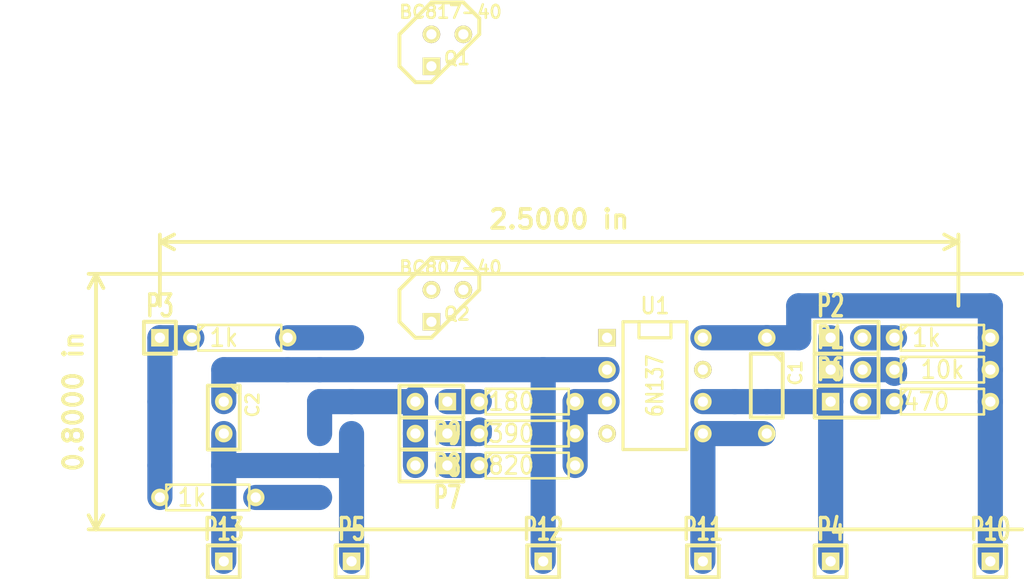
<source format=kicad_pcb>
(kicad_pcb (version 3) (host pcbnew "(2013-07-07 BZR 4022)-stable")

  (general
    (links 28)
    (no_connects 0)
    (area 30.671431 23.723599 111.760001 70.262751)
    (thickness 1.6)
    (drawings 2)
    (tracks 55)
    (zones 0)
    (modules 26)
    (nets 17)
  )

  (page A3)
  (layers
    (15 F.Cu signal)
    (0 B.Cu signal)
    (16 B.Adhes user)
    (17 F.Adhes user)
    (18 B.Paste user)
    (19 F.Paste user)
    (20 B.SilkS user)
    (21 F.SilkS user)
    (22 B.Mask user)
    (23 F.Mask user)
    (24 Dwgs.User user)
    (25 Cmts.User user)
    (26 Eco1.User user)
    (27 Eco2.User user)
    (28 Edge.Cuts user)
  )

  (setup
    (last_trace_width 0.254)
    (user_trace_width 2)
    (trace_clearance 0.254)
    (zone_clearance 0.508)
    (zone_45_only no)
    (trace_min 0.254)
    (segment_width 0.2)
    (edge_width 0.15)
    (via_size 0.889)
    (via_drill 0.635)
    (via_min_size 0.889)
    (via_min_drill 0.508)
    (uvia_size 0.508)
    (uvia_drill 0.127)
    (uvias_allowed no)
    (uvia_min_size 0.508)
    (uvia_min_drill 0.127)
    (pcb_text_width 0.3)
    (pcb_text_size 1.5 1.5)
    (mod_edge_width 0.15)
    (mod_text_size 1.5 1.5)
    (mod_text_width 0.15)
    (pad_size 1.524 1.524)
    (pad_drill 0.762)
    (pad_to_mask_clearance 0.2)
    (aux_axis_origin 0 0)
    (visible_elements 7FFFFBFF)
    (pcbplotparams
      (layerselection 3178497)
      (usegerberextensions true)
      (excludeedgelayer true)
      (linewidth 0.100000)
      (plotframeref false)
      (viasonmask false)
      (mode 1)
      (useauxorigin false)
      (hpglpennumber 1)
      (hpglpenspeed 20)
      (hpglpendiameter 15)
      (hpglpenoverlay 2)
      (psnegative false)
      (psa4output false)
      (plotreference true)
      (plotvalue true)
      (plotothertext true)
      (plotinvisibletext false)
      (padsonsilk false)
      (subtractmaskfromsilk false)
      (outputformat 1)
      (mirror false)
      (drillshape 1)
      (scaleselection 1)
      (outputdirectory ""))
  )

  (net 0 "")
  (net 1 /VO)
  (net 2 GND)
  (net 3 GNDPWR)
  (net 4 N-0000014)
  (net 5 N-0000015)
  (net 6 N-0000016)
  (net 7 N-0000019)
  (net 8 N-000002)
  (net 9 N-000003)
  (net 10 N-000004)
  (net 11 N-000005)
  (net 12 N-000006)
  (net 13 N-000007)
  (net 14 N-000008)
  (net 15 VAA)
  (net 16 VCC)

  (net_class Default "This is the default net class."
    (clearance 0.254)
    (trace_width 0.254)
    (via_dia 0.889)
    (via_drill 0.635)
    (uvia_dia 0.508)
    (uvia_drill 0.127)
    (add_net "")
    (add_net /VO)
    (add_net GND)
    (add_net GNDPWR)
    (add_net N-0000014)
    (add_net N-0000015)
    (add_net N-0000016)
    (add_net N-0000019)
    (add_net N-000002)
    (add_net N-000003)
    (add_net N-000004)
    (add_net N-000005)
    (add_net N-000006)
    (add_net N-000007)
    (add_net N-000008)
    (add_net VAA)
    (add_net VCC)
  )

  (module SIL-1 (layer F.Cu) (tedit 4C5EAF64) (tstamp 531B89D8)
    (at 48.26 68.58)
    (descr "Connecteurs 1 pin")
    (tags "CONN DEV")
    (path /531B408F)
    (fp_text reference P13 (at 0 -2.54) (layer F.SilkS)
      (effects (font (size 1.72974 1.08712) (thickness 0.27178)))
    )
    (fp_text value TST (at 0 -2.54) (layer F.SilkS) hide
      (effects (font (size 1.524 1.016) (thickness 0.254)))
    )
    (fp_line (start -1.27 1.27) (end 1.27 1.27) (layer F.SilkS) (width 0.3175))
    (fp_line (start -1.27 -1.27) (end 1.27 -1.27) (layer F.SilkS) (width 0.3175))
    (fp_line (start -1.27 1.27) (end -1.27 -1.27) (layer F.SilkS) (width 0.3048))
    (fp_line (start 1.27 -1.27) (end 1.27 1.27) (layer F.SilkS) (width 0.3048))
    (pad 1 thru_hole rect (at 0 0) (size 1.397 1.397) (drill 0.8128)
      (layers *.Cu *.Mask F.SilkS)
      (net 3 GNDPWR)
    )
  )

  (module SIL-1 (layer F.Cu) (tedit 4C5EAF64) (tstamp 531B7DB9)
    (at 73.66 68.58)
    (descr "Connecteurs 1 pin")
    (tags "CONN DEV")
    (path /531B4089)
    (fp_text reference P12 (at 0 -2.54) (layer F.SilkS)
      (effects (font (size 1.72974 1.08712) (thickness 0.27178)))
    )
    (fp_text value TST (at 0 -2.54) (layer F.SilkS) hide
      (effects (font (size 1.524 1.016) (thickness 0.254)))
    )
    (fp_line (start -1.27 1.27) (end 1.27 1.27) (layer F.SilkS) (width 0.3175))
    (fp_line (start -1.27 -1.27) (end 1.27 -1.27) (layer F.SilkS) (width 0.3175))
    (fp_line (start -1.27 1.27) (end -1.27 -1.27) (layer F.SilkS) (width 0.3048))
    (fp_line (start 1.27 -1.27) (end 1.27 1.27) (layer F.SilkS) (width 0.3048))
    (pad 1 thru_hole rect (at 0 0) (size 1.397 1.397) (drill 0.8128)
      (layers *.Cu *.Mask F.SilkS)
      (net 15 VAA)
    )
  )

  (module SIL-1 (layer F.Cu) (tedit 4C5EAF64) (tstamp 531B7DC2)
    (at 109.22 68.58)
    (descr "Connecteurs 1 pin")
    (tags "CONN DEV")
    (path /5316322C)
    (fp_text reference P10 (at 0 -2.54) (layer F.SilkS)
      (effects (font (size 1.72974 1.08712) (thickness 0.27178)))
    )
    (fp_text value TST (at 0 -2.54) (layer F.SilkS) hide
      (effects (font (size 1.524 1.016) (thickness 0.254)))
    )
    (fp_line (start -1.27 1.27) (end 1.27 1.27) (layer F.SilkS) (width 0.3175))
    (fp_line (start -1.27 -1.27) (end 1.27 -1.27) (layer F.SilkS) (width 0.3175))
    (fp_line (start -1.27 1.27) (end -1.27 -1.27) (layer F.SilkS) (width 0.3048))
    (fp_line (start 1.27 -1.27) (end 1.27 1.27) (layer F.SilkS) (width 0.3048))
    (pad 1 thru_hole rect (at 0 0) (size 1.397 1.397) (drill 0.8128)
      (layers *.Cu *.Mask F.SilkS)
      (net 16 VCC)
    )
  )

  (module SIL-1 (layer F.Cu) (tedit 4C5EAF64) (tstamp 531B7DCB)
    (at 86.36 68.58)
    (descr "Connecteurs 1 pin")
    (tags "CONN DEV")
    (path /531631CE)
    (fp_text reference P11 (at 0 -2.54) (layer F.SilkS)
      (effects (font (size 1.72974 1.08712) (thickness 0.27178)))
    )
    (fp_text value TST (at 0 -2.54) (layer F.SilkS) hide
      (effects (font (size 1.524 1.016) (thickness 0.254)))
    )
    (fp_line (start -1.27 1.27) (end 1.27 1.27) (layer F.SilkS) (width 0.3175))
    (fp_line (start -1.27 -1.27) (end 1.27 -1.27) (layer F.SilkS) (width 0.3175))
    (fp_line (start -1.27 1.27) (end -1.27 -1.27) (layer F.SilkS) (width 0.3048))
    (fp_line (start 1.27 -1.27) (end 1.27 1.27) (layer F.SilkS) (width 0.3048))
    (pad 1 thru_hole rect (at 0 0) (size 1.397 1.397) (drill 0.8128)
      (layers *.Cu *.Mask F.SilkS)
      (net 2 GND)
    )
  )

  (module SIL-1 (layer F.Cu) (tedit 4C5EAF64) (tstamp 531B7DD4)
    (at 96.52 68.58)
    (descr "Connecteurs 1 pin")
    (tags "CONN DEV")
    (path /5315FC27)
    (fp_text reference P4 (at 0 -2.54) (layer F.SilkS)
      (effects (font (size 1.72974 1.08712) (thickness 0.27178)))
    )
    (fp_text value TST (at 0 -2.54) (layer F.SilkS) hide
      (effects (font (size 1.524 1.016) (thickness 0.254)))
    )
    (fp_line (start -1.27 1.27) (end 1.27 1.27) (layer F.SilkS) (width 0.3175))
    (fp_line (start -1.27 -1.27) (end 1.27 -1.27) (layer F.SilkS) (width 0.3175))
    (fp_line (start -1.27 1.27) (end -1.27 -1.27) (layer F.SilkS) (width 0.3048))
    (fp_line (start 1.27 -1.27) (end 1.27 1.27) (layer F.SilkS) (width 0.3048))
    (pad 1 thru_hole rect (at 0 0) (size 1.397 1.397) (drill 0.8128)
      (layers *.Cu *.Mask F.SilkS)
      (net 1 /VO)
    )
  )

  (module SIL-1 (layer F.Cu) (tedit 4C5EAF64) (tstamp 531B7DDD)
    (at 58.42 68.58)
    (descr "Connecteurs 1 pin")
    (tags "CONN DEV")
    (path /5315675C)
    (fp_text reference P5 (at 0 -2.54) (layer F.SilkS)
      (effects (font (size 1.72974 1.08712) (thickness 0.27178)))
    )
    (fp_text value TST (at 0 -2.54) (layer F.SilkS) hide
      (effects (font (size 1.524 1.016) (thickness 0.254)))
    )
    (fp_line (start -1.27 1.27) (end 1.27 1.27) (layer F.SilkS) (width 0.3175))
    (fp_line (start -1.27 -1.27) (end 1.27 -1.27) (layer F.SilkS) (width 0.3175))
    (fp_line (start -1.27 1.27) (end -1.27 -1.27) (layer F.SilkS) (width 0.3048))
    (fp_line (start 1.27 -1.27) (end 1.27 1.27) (layer F.SilkS) (width 0.3048))
    (pad 1 thru_hole rect (at 0 0) (size 1.397 1.397) (drill 0.8128)
      (layers *.Cu *.Mask F.SilkS)
      (net 3 GNDPWR)
    )
  )

  (module SIL-1 (layer F.Cu) (tedit 4C5EAF64) (tstamp 531B7DE6)
    (at 43.18 50.8)
    (descr "Connecteurs 1 pin")
    (tags "CONN DEV")
    (path /5315674F)
    (fp_text reference P3 (at 0 -2.54) (layer F.SilkS)
      (effects (font (size 1.72974 1.08712) (thickness 0.27178)))
    )
    (fp_text value TST (at 0 -2.54) (layer F.SilkS) hide
      (effects (font (size 1.524 1.016) (thickness 0.254)))
    )
    (fp_line (start -1.27 1.27) (end 1.27 1.27) (layer F.SilkS) (width 0.3175))
    (fp_line (start -1.27 -1.27) (end 1.27 -1.27) (layer F.SilkS) (width 0.3175))
    (fp_line (start -1.27 1.27) (end -1.27 -1.27) (layer F.SilkS) (width 0.3048))
    (fp_line (start 1.27 -1.27) (end 1.27 1.27) (layer F.SilkS) (width 0.3048))
    (pad 1 thru_hole rect (at 0 0) (size 1.397 1.397) (drill 0.8128)
      (layers *.Cu *.Mask F.SilkS)
      (net 13 N-000007)
    )
  )

  (module R3_orientado (layer F.Cu) (tedit 5318E953) (tstamp 531B7DF4)
    (at 101.6 50.8)
    (descr "Resitance 3 pas")
    (tags R)
    (path /53155F36)
    (autoplace_cost180 10)
    (fp_text reference R5 (at 5.08 0) (layer F.SilkS) hide
      (effects (font (size 1.397 1.27) (thickness 0.2032)))
    )
    (fp_text value 1k (at 2.54 0) (layer F.SilkS)
      (effects (font (size 1.397 1.27) (thickness 0.2032)))
    )
    (fp_line (start 0 0) (end 0.508 0) (layer F.SilkS) (width 0.2032))
    (fp_line (start 7.62 0) (end 7.112 0) (layer F.SilkS) (width 0.2032))
    (fp_line (start 7.112 0) (end 7.112 -1.016) (layer F.SilkS) (width 0.2032))
    (fp_line (start 7.112 -1.016) (end 0.508 -1.016) (layer F.SilkS) (width 0.2032))
    (fp_line (start 0.508 -1.016) (end 0.508 1.016) (layer F.SilkS) (width 0.2032))
    (fp_line (start 0.508 1.016) (end 7.112 1.016) (layer F.SilkS) (width 0.2032))
    (fp_line (start 7.112 1.016) (end 7.112 0) (layer F.SilkS) (width 0.2032))
    (fp_line (start 0.508 -0.508) (end 1.016 -1.016) (layer F.SilkS) (width 0.2032))
    (pad 1 thru_hole circle (at 0 0) (size 1.397 1.397) (drill 0.8128)
      (layers *.Cu *.Mask F.SilkS)
      (net 10 N-000004)
    )
    (pad 2 thru_hole circle (at 7.62 0) (size 1.397 1.397) (drill 0.8128)
      (layers *.Cu *.Mask F.SilkS)
      (net 16 VCC)
    )
    (model discret/resistor.wrl
      (at (xyz 0 0 0))
      (scale (xyz 0.3 0.3 0.3))
      (rotate (xyz 0 0 0))
    )
  )

  (module R3_orientado (layer F.Cu) (tedit 531B8701) (tstamp 531B7E02)
    (at 43.18 63.5)
    (descr "Resitance 3 pas")
    (tags R)
    (path /5315665C)
    (autoplace_cost180 10)
    (fp_text reference R7 (at 5.08 0) (layer F.SilkS) hide
      (effects (font (size 1.397 1.27) (thickness 0.2032)))
    )
    (fp_text value 1k (at 2.54 0) (layer F.SilkS)
      (effects (font (size 1.397 1.27) (thickness 0.2032)))
    )
    (fp_line (start 0 0) (end 0.508 0) (layer F.SilkS) (width 0.2032))
    (fp_line (start 7.62 0) (end 7.112 0) (layer F.SilkS) (width 0.2032))
    (fp_line (start 7.112 0) (end 7.112 -1.016) (layer F.SilkS) (width 0.2032))
    (fp_line (start 7.112 -1.016) (end 0.508 -1.016) (layer F.SilkS) (width 0.2032))
    (fp_line (start 0.508 -1.016) (end 0.508 1.016) (layer F.SilkS) (width 0.2032))
    (fp_line (start 0.508 1.016) (end 7.112 1.016) (layer F.SilkS) (width 0.2032))
    (fp_line (start 7.112 1.016) (end 7.112 0) (layer F.SilkS) (width 0.2032))
    (fp_line (start 0.508 -0.508) (end 1.016 -1.016) (layer F.SilkS) (width 0.2032))
    (pad 1 thru_hole circle (at 0 0) (size 1.397 1.397) (drill 0.8128)
      (layers *.Cu *.Mask F.SilkS)
      (net 13 N-000007)
    )
    (pad 2 thru_hole circle (at 7.62 0) (size 1.397 1.397) (drill 0.8128)
      (layers *.Cu *.Mask F.SilkS)
      (net 12 N-000006)
    )
    (model discret/resistor.wrl
      (at (xyz 0 0 0))
      (scale (xyz 0.3 0.3 0.3))
      (rotate (xyz 0 0 0))
    )
  )

  (module R3_orientado (layer F.Cu) (tedit 5318E953) (tstamp 531B7E10)
    (at 45.72 50.8)
    (descr "Resitance 3 pas")
    (tags R)
    (path /5315664F)
    (autoplace_cost180 10)
    (fp_text reference R1 (at 5.08 0) (layer F.SilkS) hide
      (effects (font (size 1.397 1.27) (thickness 0.2032)))
    )
    (fp_text value 1k (at 2.54 0) (layer F.SilkS)
      (effects (font (size 1.397 1.27) (thickness 0.2032)))
    )
    (fp_line (start 0 0) (end 0.508 0) (layer F.SilkS) (width 0.2032))
    (fp_line (start 7.62 0) (end 7.112 0) (layer F.SilkS) (width 0.2032))
    (fp_line (start 7.112 0) (end 7.112 -1.016) (layer F.SilkS) (width 0.2032))
    (fp_line (start 7.112 -1.016) (end 0.508 -1.016) (layer F.SilkS) (width 0.2032))
    (fp_line (start 0.508 -1.016) (end 0.508 1.016) (layer F.SilkS) (width 0.2032))
    (fp_line (start 0.508 1.016) (end 7.112 1.016) (layer F.SilkS) (width 0.2032))
    (fp_line (start 7.112 1.016) (end 7.112 0) (layer F.SilkS) (width 0.2032))
    (fp_line (start 0.508 -0.508) (end 1.016 -1.016) (layer F.SilkS) (width 0.2032))
    (pad 1 thru_hole circle (at 0 0) (size 1.397 1.397) (drill 0.8128)
      (layers *.Cu *.Mask F.SilkS)
      (net 13 N-000007)
    )
    (pad 2 thru_hole circle (at 7.62 0) (size 1.397 1.397) (drill 0.8128)
      (layers *.Cu *.Mask F.SilkS)
      (net 8 N-000002)
    )
    (model discret/resistor.wrl
      (at (xyz 0 0 0))
      (scale (xyz 0.3 0.3 0.3))
      (rotate (xyz 0 0 0))
    )
  )

  (module R3_orientado (layer F.Cu) (tedit 5318E953) (tstamp 531B7E1E)
    (at 101.6 55.88)
    (descr "Resitance 3 pas")
    (tags R)
    (path /53155F3C)
    (autoplace_cost180 10)
    (fp_text reference R8 (at 5.08 0) (layer F.SilkS) hide
      (effects (font (size 1.397 1.27) (thickness 0.2032)))
    )
    (fp_text value 470 (at 2.54 0) (layer F.SilkS)
      (effects (font (size 1.397 1.27) (thickness 0.2032)))
    )
    (fp_line (start 0 0) (end 0.508 0) (layer F.SilkS) (width 0.2032))
    (fp_line (start 7.62 0) (end 7.112 0) (layer F.SilkS) (width 0.2032))
    (fp_line (start 7.112 0) (end 7.112 -1.016) (layer F.SilkS) (width 0.2032))
    (fp_line (start 7.112 -1.016) (end 0.508 -1.016) (layer F.SilkS) (width 0.2032))
    (fp_line (start 0.508 -1.016) (end 0.508 1.016) (layer F.SilkS) (width 0.2032))
    (fp_line (start 0.508 1.016) (end 7.112 1.016) (layer F.SilkS) (width 0.2032))
    (fp_line (start 7.112 1.016) (end 7.112 0) (layer F.SilkS) (width 0.2032))
    (fp_line (start 0.508 -0.508) (end 1.016 -1.016) (layer F.SilkS) (width 0.2032))
    (pad 1 thru_hole circle (at 0 0) (size 1.397 1.397) (drill 0.8128)
      (layers *.Cu *.Mask F.SilkS)
      (net 9 N-000003)
    )
    (pad 2 thru_hole circle (at 7.62 0) (size 1.397 1.397) (drill 0.8128)
      (layers *.Cu *.Mask F.SilkS)
      (net 16 VCC)
    )
    (model discret/resistor.wrl
      (at (xyz 0 0 0))
      (scale (xyz 0.3 0.3 0.3))
      (rotate (xyz 0 0 0))
    )
  )

  (module R3_orientado (layer F.Cu) (tedit 531B80A0) (tstamp 531B7E2C)
    (at 101.6 53.34)
    (descr "Resitance 3 pas")
    (tags R)
    (path /53155F29)
    (autoplace_cost180 10)
    (fp_text reference R2 (at 5.08 0) (layer F.SilkS) hide
      (effects (font (size 1.397 1.27) (thickness 0.2032)))
    )
    (fp_text value 10k (at 3.81 0) (layer F.SilkS)
      (effects (font (size 1.397 1.27) (thickness 0.2032)))
    )
    (fp_line (start 0 0) (end 0.508 0) (layer F.SilkS) (width 0.2032))
    (fp_line (start 7.62 0) (end 7.112 0) (layer F.SilkS) (width 0.2032))
    (fp_line (start 7.112 0) (end 7.112 -1.016) (layer F.SilkS) (width 0.2032))
    (fp_line (start 7.112 -1.016) (end 0.508 -1.016) (layer F.SilkS) (width 0.2032))
    (fp_line (start 0.508 -1.016) (end 0.508 1.016) (layer F.SilkS) (width 0.2032))
    (fp_line (start 0.508 1.016) (end 7.112 1.016) (layer F.SilkS) (width 0.2032))
    (fp_line (start 7.112 1.016) (end 7.112 0) (layer F.SilkS) (width 0.2032))
    (fp_line (start 0.508 -0.508) (end 1.016 -1.016) (layer F.SilkS) (width 0.2032))
    (pad 1 thru_hole circle (at 0 0) (size 1.397 1.397) (drill 0.8128)
      (layers *.Cu *.Mask F.SilkS)
      (net 11 N-000005)
    )
    (pad 2 thru_hole circle (at 7.62 0) (size 1.397 1.397) (drill 0.8128)
      (layers *.Cu *.Mask F.SilkS)
      (net 16 VCC)
    )
    (model discret/resistor.wrl
      (at (xyz 0 0 0))
      (scale (xyz 0.3 0.3 0.3))
      (rotate (xyz 0 0 0))
    )
  )

  (module R3_orientado (layer F.Cu) (tedit 531B81B2) (tstamp 531B7E3A)
    (at 68.58 55.88)
    (descr "Resitance 3 pas")
    (tags R)
    (path /53155B62)
    (autoplace_cost180 10)
    (fp_text reference R6 (at 5.08 0) (layer F.SilkS) hide
      (effects (font (size 1.397 1.27) (thickness 0.2032)))
    )
    (fp_text value 180 (at 2.54 0) (layer F.SilkS)
      (effects (font (size 1.397 1.27) (thickness 0.2032)))
    )
    (fp_line (start 0 0) (end 0.508 0) (layer F.SilkS) (width 0.2032))
    (fp_line (start 7.62 0) (end 7.112 0) (layer F.SilkS) (width 0.2032))
    (fp_line (start 7.112 0) (end 7.112 -1.016) (layer F.SilkS) (width 0.2032))
    (fp_line (start 7.112 -1.016) (end 0.508 -1.016) (layer F.SilkS) (width 0.2032))
    (fp_line (start 0.508 -1.016) (end 0.508 1.016) (layer F.SilkS) (width 0.2032))
    (fp_line (start 0.508 1.016) (end 7.112 1.016) (layer F.SilkS) (width 0.2032))
    (fp_line (start 7.112 1.016) (end 7.112 0) (layer F.SilkS) (width 0.2032))
    (fp_line (start 0.508 -0.508) (end 1.016 -1.016) (layer F.SilkS) (width 0.2032))
    (pad 1 thru_hole circle (at 0 0) (size 1.397 1.397) (drill 0.8128)
      (layers *.Cu *.Mask F.SilkS)
      (net 5 N-0000015)
    )
    (pad 2 thru_hole circle (at 7.62 0) (size 1.397 1.397) (drill 0.8128)
      (layers *.Cu *.Mask F.SilkS)
      (net 7 N-0000019)
    )
    (model discret/resistor.wrl
      (at (xyz 0 0 0))
      (scale (xyz 0.3 0.3 0.3))
      (rotate (xyz 0 0 0))
    )
  )

  (module R3_orientado (layer F.Cu) (tedit 5318E953) (tstamp 531B7E48)
    (at 68.58 58.42)
    (descr "Resitance 3 pas")
    (tags R)
    (path /53155B5C)
    (autoplace_cost180 10)
    (fp_text reference R4 (at 5.08 0) (layer F.SilkS) hide
      (effects (font (size 1.397 1.27) (thickness 0.2032)))
    )
    (fp_text value 390 (at 2.54 0) (layer F.SilkS)
      (effects (font (size 1.397 1.27) (thickness 0.2032)))
    )
    (fp_line (start 0 0) (end 0.508 0) (layer F.SilkS) (width 0.2032))
    (fp_line (start 7.62 0) (end 7.112 0) (layer F.SilkS) (width 0.2032))
    (fp_line (start 7.112 0) (end 7.112 -1.016) (layer F.SilkS) (width 0.2032))
    (fp_line (start 7.112 -1.016) (end 0.508 -1.016) (layer F.SilkS) (width 0.2032))
    (fp_line (start 0.508 -1.016) (end 0.508 1.016) (layer F.SilkS) (width 0.2032))
    (fp_line (start 0.508 1.016) (end 7.112 1.016) (layer F.SilkS) (width 0.2032))
    (fp_line (start 7.112 1.016) (end 7.112 0) (layer F.SilkS) (width 0.2032))
    (fp_line (start 0.508 -0.508) (end 1.016 -1.016) (layer F.SilkS) (width 0.2032))
    (pad 1 thru_hole circle (at 0 0) (size 1.397 1.397) (drill 0.8128)
      (layers *.Cu *.Mask F.SilkS)
      (net 4 N-0000014)
    )
    (pad 2 thru_hole circle (at 7.62 0) (size 1.397 1.397) (drill 0.8128)
      (layers *.Cu *.Mask F.SilkS)
      (net 7 N-0000019)
    )
    (model discret/resistor.wrl
      (at (xyz 0 0 0))
      (scale (xyz 0.3 0.3 0.3))
      (rotate (xyz 0 0 0))
    )
  )

  (module R3_orientado (layer F.Cu) (tedit 5318E953) (tstamp 531B7E56)
    (at 68.58 60.96)
    (descr "Resitance 3 pas")
    (tags R)
    (path /53155B2C)
    (autoplace_cost180 10)
    (fp_text reference R3 (at 5.08 0) (layer F.SilkS) hide
      (effects (font (size 1.397 1.27) (thickness 0.2032)))
    )
    (fp_text value 820 (at 2.54 0) (layer F.SilkS)
      (effects (font (size 1.397 1.27) (thickness 0.2032)))
    )
    (fp_line (start 0 0) (end 0.508 0) (layer F.SilkS) (width 0.2032))
    (fp_line (start 7.62 0) (end 7.112 0) (layer F.SilkS) (width 0.2032))
    (fp_line (start 7.112 0) (end 7.112 -1.016) (layer F.SilkS) (width 0.2032))
    (fp_line (start 7.112 -1.016) (end 0.508 -1.016) (layer F.SilkS) (width 0.2032))
    (fp_line (start 0.508 -1.016) (end 0.508 1.016) (layer F.SilkS) (width 0.2032))
    (fp_line (start 0.508 1.016) (end 7.112 1.016) (layer F.SilkS) (width 0.2032))
    (fp_line (start 7.112 1.016) (end 7.112 0) (layer F.SilkS) (width 0.2032))
    (fp_line (start 0.508 -0.508) (end 1.016 -1.016) (layer F.SilkS) (width 0.2032))
    (pad 1 thru_hole circle (at 0 0) (size 1.397 1.397) (drill 0.8128)
      (layers *.Cu *.Mask F.SilkS)
      (net 6 N-0000016)
    )
    (pad 2 thru_hole circle (at 7.62 0) (size 1.397 1.397) (drill 0.8128)
      (layers *.Cu *.Mask F.SilkS)
      (net 7 N-0000019)
    )
    (model discret/resistor.wrl
      (at (xyz 0 0 0))
      (scale (xyz 0.3 0.3 0.3))
      (rotate (xyz 0 0 0))
    )
  )

  (module C1_orientado (layer F.Cu) (tedit 531B8699) (tstamp 531B7E74)
    (at 91.44 53.34 270)
    (descr "Condensateur e = 1 pas")
    (tags C)
    (path /5315FA58)
    (fp_text reference C1 (at 0.254 -2.286 270) (layer F.SilkS)
      (effects (font (size 1.016 1.016) (thickness 0.2032)))
    )
    (fp_text value 0.1u (at 0 -2.286 270) (layer F.SilkS) hide
      (effects (font (size 1.016 1.016) (thickness 0.2032)))
    )
    (fp_line (start -1.2192 -1.27) (end 3.81 -1.27) (layer F.SilkS) (width 0.3048))
    (fp_line (start 3.81 -1.27) (end 3.81 1.27) (layer F.SilkS) (width 0.3048))
    (fp_line (start 3.81 1.27) (end -1.27 1.27) (layer F.SilkS) (width 0.3048))
    (fp_line (start -1.27 1.27) (end -1.27 -1.27) (layer F.SilkS) (width 0.3048))
    (fp_line (start -1.27 -0.635) (end -0.635 -1.27) (layer F.SilkS) (width 0.3048))
    (pad 1 thru_hole circle (at -2.54 0 270) (size 1.397 1.397) (drill 0.8128)
      (layers *.Cu *.Mask F.SilkS)
      (net 16 VCC)
    )
    (pad 2 thru_hole circle (at 5.08 0 270) (size 1.397 1.397) (drill 0.8128)
      (layers *.Cu *.Mask F.SilkS)
      (net 2 GND)
    )
    (model discret/capa_1_pas.wrl
      (at (xyz 0 0 0))
      (scale (xyz 1 1 1))
      (rotate (xyz 0 0 0))
    )
  )

  (module C1_orientado (layer F.Cu) (tedit 3F92C496) (tstamp 531B7E7F)
    (at 48.26 55.88 270)
    (descr "Condensateur e = 1 pas")
    (tags C)
    (path /5318BD84)
    (fp_text reference C2 (at 0.254 -2.286 270) (layer F.SilkS)
      (effects (font (size 1.016 1.016) (thickness 0.2032)))
    )
    (fp_text value 0.1u (at 0 -2.286 270) (layer F.SilkS) hide
      (effects (font (size 1.016 1.016) (thickness 0.2032)))
    )
    (fp_line (start -1.2192 -1.27) (end 3.81 -1.27) (layer F.SilkS) (width 0.3048))
    (fp_line (start 3.81 -1.27) (end 3.81 1.27) (layer F.SilkS) (width 0.3048))
    (fp_line (start 3.81 1.27) (end -1.27 1.27) (layer F.SilkS) (width 0.3048))
    (fp_line (start -1.27 1.27) (end -1.27 -1.27) (layer F.SilkS) (width 0.3048))
    (fp_line (start -1.27 -0.635) (end -0.635 -1.27) (layer F.SilkS) (width 0.3048))
    (pad 1 thru_hole circle (at 0 0 270) (size 1.397 1.397) (drill 0.8128)
      (layers *.Cu *.Mask F.SilkS)
      (net 15 VAA)
    )
    (pad 2 thru_hole circle (at 2.54 0 270) (size 1.397 1.397) (drill 0.8128)
      (layers *.Cu *.Mask F.SilkS)
      (net 3 GNDPWR)
    )
    (model discret/capa_1_pas.wrl
      (at (xyz 0 0 0))
      (scale (xyz 1 1 1))
      (rotate (xyz 0 0 0))
    )
  )

  (module SIL-2_orientado (layer F.Cu) (tedit 200000) (tstamp 531B85CD)
    (at 66.04 60.96 180)
    (descr "Connecteurs 2 pins")
    (tags "CONN DEV")
    (path /53155B6A)
    (fp_text reference P7 (at 0 -2.54 180) (layer F.SilkS)
      (effects (font (size 1.72974 1.08712) (thickness 0.3048)))
    )
    (fp_text value CONN_2 (at 0 -2.54 180) (layer F.SilkS) hide
      (effects (font (size 1.524 1.016) (thickness 0.3048)))
    )
    (fp_line (start -1.27 1.27) (end -1.27 -1.27) (layer F.SilkS) (width 0.3048))
    (fp_line (start -1.27 -1.27) (end 3.81 -1.27) (layer F.SilkS) (width 0.3048))
    (fp_line (start 3.81 -1.27) (end 3.81 1.27) (layer F.SilkS) (width 0.3048))
    (fp_line (start 3.81 1.27) (end -1.27 1.27) (layer F.SilkS) (width 0.3048))
    (pad 1 thru_hole rect (at 0 0 180) (size 1.397 1.397) (drill 0.8128)
      (layers *.Cu *.Mask F.SilkS)
      (net 6 N-0000016)
    )
    (pad 2 thru_hole circle (at 2.54 0 180) (size 1.397 1.397) (drill 0.8128)
      (layers *.Cu *.Mask F.SilkS)
      (net 14 N-000008)
    )
  )

  (module SIL-2_orientado (layer F.Cu) (tedit 200000) (tstamp 531B85D7)
    (at 66.04 58.42 180)
    (descr "Connecteurs 2 pins")
    (tags "CONN DEV")
    (path /53155B81)
    (fp_text reference P8 (at 0 -2.54 180) (layer F.SilkS)
      (effects (font (size 1.72974 1.08712) (thickness 0.3048)))
    )
    (fp_text value CONN_2 (at 0 -2.54 180) (layer F.SilkS) hide
      (effects (font (size 1.524 1.016) (thickness 0.3048)))
    )
    (fp_line (start -1.27 1.27) (end -1.27 -1.27) (layer F.SilkS) (width 0.3048))
    (fp_line (start -1.27 -1.27) (end 3.81 -1.27) (layer F.SilkS) (width 0.3048))
    (fp_line (start 3.81 -1.27) (end 3.81 1.27) (layer F.SilkS) (width 0.3048))
    (fp_line (start 3.81 1.27) (end -1.27 1.27) (layer F.SilkS) (width 0.3048))
    (pad 1 thru_hole rect (at 0 0 180) (size 1.397 1.397) (drill 0.8128)
      (layers *.Cu *.Mask F.SilkS)
      (net 4 N-0000014)
    )
    (pad 2 thru_hole circle (at 2.54 0 180) (size 1.397 1.397) (drill 0.8128)
      (layers *.Cu *.Mask F.SilkS)
      (net 14 N-000008)
    )
  )

  (module SIL-2_orientado (layer F.Cu) (tedit 200000) (tstamp 531B85E1)
    (at 66.04 55.88 180)
    (descr "Connecteurs 2 pins")
    (tags "CONN DEV")
    (path /53155B87)
    (fp_text reference P9 (at 0 -2.54 180) (layer F.SilkS)
      (effects (font (size 1.72974 1.08712) (thickness 0.3048)))
    )
    (fp_text value CONN_2 (at 0 -2.54 180) (layer F.SilkS) hide
      (effects (font (size 1.524 1.016) (thickness 0.3048)))
    )
    (fp_line (start -1.27 1.27) (end -1.27 -1.27) (layer F.SilkS) (width 0.3048))
    (fp_line (start -1.27 -1.27) (end 3.81 -1.27) (layer F.SilkS) (width 0.3048))
    (fp_line (start 3.81 -1.27) (end 3.81 1.27) (layer F.SilkS) (width 0.3048))
    (fp_line (start 3.81 1.27) (end -1.27 1.27) (layer F.SilkS) (width 0.3048))
    (pad 1 thru_hole rect (at 0 0 180) (size 1.397 1.397) (drill 0.8128)
      (layers *.Cu *.Mask F.SilkS)
      (net 5 N-0000015)
    )
    (pad 2 thru_hole circle (at 2.54 0 180) (size 1.397 1.397) (drill 0.8128)
      (layers *.Cu *.Mask F.SilkS)
      (net 14 N-000008)
    )
  )

  (module SIL-2_orientado (layer F.Cu) (tedit 200000) (tstamp 531B85EB)
    (at 96.52 53.34)
    (descr "Connecteurs 2 pins")
    (tags "CONN DEV")
    (path /53155DFF)
    (fp_text reference P1 (at 0 -2.54) (layer F.SilkS)
      (effects (font (size 1.72974 1.08712) (thickness 0.3048)))
    )
    (fp_text value CONN_2 (at 0 -2.54) (layer F.SilkS) hide
      (effects (font (size 1.524 1.016) (thickness 0.3048)))
    )
    (fp_line (start -1.27 1.27) (end -1.27 -1.27) (layer F.SilkS) (width 0.3048))
    (fp_line (start -1.27 -1.27) (end 3.81 -1.27) (layer F.SilkS) (width 0.3048))
    (fp_line (start 3.81 -1.27) (end 3.81 1.27) (layer F.SilkS) (width 0.3048))
    (fp_line (start 3.81 1.27) (end -1.27 1.27) (layer F.SilkS) (width 0.3048))
    (pad 1 thru_hole rect (at 0 0) (size 1.397 1.397) (drill 0.8128)
      (layers *.Cu *.Mask F.SilkS)
      (net 1 /VO)
    )
    (pad 2 thru_hole circle (at 2.54 0) (size 1.397 1.397) (drill 0.8128)
      (layers *.Cu *.Mask F.SilkS)
      (net 11 N-000005)
    )
  )

  (module SIL-2_orientado (layer F.Cu) (tedit 531B86A7) (tstamp 531B85F5)
    (at 96.52 50.8)
    (descr "Connecteurs 2 pins")
    (tags "CONN DEV")
    (path /53155E05)
    (fp_text reference P2 (at 0 -2.54) (layer F.SilkS)
      (effects (font (size 1.72974 1.08712) (thickness 0.3048)))
    )
    (fp_text value CONN_2 (at 0 -2.54) (layer F.SilkS) hide
      (effects (font (size 1.524 1.016) (thickness 0.3048)))
    )
    (fp_line (start -1.27 1.27) (end -1.27 -1.27) (layer F.SilkS) (width 0.3048))
    (fp_line (start -1.27 -1.27) (end 3.81 -1.27) (layer F.SilkS) (width 0.3048))
    (fp_line (start 3.81 -1.27) (end 3.81 1.27) (layer F.SilkS) (width 0.3048))
    (fp_line (start 3.81 1.27) (end -1.27 1.27) (layer F.SilkS) (width 0.3048))
    (pad 1 thru_hole rect (at 0 0) (size 1.397 1.397) (drill 0.8128)
      (layers *.Cu *.Mask F.SilkS)
      (net 1 /VO)
    )
    (pad 2 thru_hole circle (at 2.54 0) (size 1.397 1.397) (drill 0.8128)
      (layers *.Cu *.Mask F.SilkS)
      (net 10 N-000004)
    )
  )

  (module SIL-2_orientado (layer F.Cu) (tedit 200000) (tstamp 531B85FF)
    (at 96.52 55.88)
    (descr "Connecteurs 2 pins")
    (tags "CONN DEV")
    (path /53155E0B)
    (fp_text reference P6 (at 0 -2.54) (layer F.SilkS)
      (effects (font (size 1.72974 1.08712) (thickness 0.3048)))
    )
    (fp_text value CONN_2 (at 0 -2.54) (layer F.SilkS) hide
      (effects (font (size 1.524 1.016) (thickness 0.3048)))
    )
    (fp_line (start -1.27 1.27) (end -1.27 -1.27) (layer F.SilkS) (width 0.3048))
    (fp_line (start -1.27 -1.27) (end 3.81 -1.27) (layer F.SilkS) (width 0.3048))
    (fp_line (start 3.81 -1.27) (end 3.81 1.27) (layer F.SilkS) (width 0.3048))
    (fp_line (start 3.81 1.27) (end -1.27 1.27) (layer F.SilkS) (width 0.3048))
    (pad 1 thru_hole rect (at 0 0) (size 1.397 1.397) (drill 0.8128)
      (layers *.Cu *.Mask F.SilkS)
      (net 1 /VO)
    )
    (pad 2 thru_hole circle (at 2.54 0) (size 1.397 1.397) (drill 0.8128)
      (layers *.Cu *.Mask F.SilkS)
      (net 9 N-000003)
    )
  )

  (module DIP-8_orientado (layer F.Cu) (tedit 531B78D7) (tstamp 531B871E)
    (at 78.74 50.8 270)
    (descr "8 pins DIL package, round pads")
    (tags DIL)
    (path /53155AC1)
    (fp_text reference U1 (at -2.54 -3.81 360) (layer F.SilkS)
      (effects (font (size 1.27 1.143) (thickness 0.2032)))
    )
    (fp_text value 6N137 (at 3.81 -3.81 270) (layer F.SilkS)
      (effects (font (size 1.27 1.016) (thickness 0.2032)))
    )
    (fp_line (start -1.27 -5.08) (end 0 -5.08) (layer F.SilkS) (width 0.254))
    (fp_line (start 0 -5.08) (end 0 -2.54) (layer F.SilkS) (width 0.254))
    (fp_line (start 0 -2.54) (end -1.27 -2.54) (layer F.SilkS) (width 0.254))
    (fp_line (start -1.27 -6.35) (end 8.89 -6.35) (layer F.SilkS) (width 0.254))
    (fp_line (start 8.89 -6.35) (end 8.89 -1.27) (layer F.SilkS) (width 0.254))
    (fp_line (start 8.89 -1.27) (end -1.27 -1.27) (layer F.SilkS) (width 0.254))
    (fp_line (start -1.27 -1.27) (end -1.27 -6.35) (layer F.SilkS) (width 0.254))
    (pad 1 thru_hole rect (at 0 0 270) (size 1.397 1.397) (drill 0.8128)
      (layers *.Cu *.Mask F.SilkS)
    )
    (pad 2 thru_hole circle (at 2.54 0 270) (size 1.397 1.397) (drill 0.8128)
      (layers *.Cu *.Mask F.SilkS)
      (net 15 VAA)
    )
    (pad 3 thru_hole circle (at 5.08 0 270) (size 1.397 1.397) (drill 0.8128)
      (layers *.Cu *.Mask F.SilkS)
      (net 7 N-0000019)
    )
    (pad 4 thru_hole circle (at 7.62 0 270) (size 1.397 1.397) (drill 0.8128)
      (layers *.Cu *.Mask F.SilkS)
    )
    (pad 5 thru_hole circle (at 7.62 -7.62 270) (size 1.397 1.397) (drill 0.8128)
      (layers *.Cu *.Mask F.SilkS)
      (net 2 GND)
    )
    (pad 6 thru_hole circle (at 5.08 -7.62 270) (size 1.397 1.397) (drill 0.8128)
      (layers *.Cu *.Mask F.SilkS)
      (net 1 /VO)
    )
    (pad 7 thru_hole circle (at 2.54 -7.62 270) (size 1.397 1.397) (drill 0.8128)
      (layers *.Cu *.Mask F.SilkS)
    )
    (pad 8 thru_hole circle (at 0 -7.62 270) (size 1.397 1.397) (drill 0.8128)
      (layers *.Cu *.Mask F.SilkS)
      (net 16 VCC)
    )
    (model dil/dil_8.wrl
      (at (xyz 0 0 0))
      (scale (xyz 1 1 1))
      (rotate (xyz 0 0 0))
    )
  )

  (module TO92-CBE (layer F.Cu) (tedit 4718C200) (tstamp 531E291B)
    (at 66.04 27.94)
    (descr "Transistor TO92 brochage type BC237")
    (tags "TR TO92")
    (path /53155AE4)
    (fp_text reference Q1 (at 0.762 0.635) (layer F.SilkS)
      (effects (font (size 1.016 1.016) (thickness 0.2032)))
    )
    (fp_text value BC817-40 (at 0.254 -3.048) (layer F.SilkS)
      (effects (font (size 1.016 1.016) (thickness 0.2032)))
    )
    (fp_line (start -1.27 2.54) (end 2.54 -1.27) (layer F.SilkS) (width 0.3048))
    (fp_line (start 2.54 -1.27) (end 2.54 -2.54) (layer F.SilkS) (width 0.3048))
    (fp_line (start 2.54 -2.54) (end 1.27 -3.81) (layer F.SilkS) (width 0.3048))
    (fp_line (start 1.27 -3.81) (end -1.27 -3.81) (layer F.SilkS) (width 0.3048))
    (fp_line (start -1.27 -3.81) (end -3.81 -1.27) (layer F.SilkS) (width 0.3048))
    (fp_line (start -3.81 -1.27) (end -3.81 1.27) (layer F.SilkS) (width 0.3048))
    (fp_line (start -3.81 1.27) (end -2.54 2.54) (layer F.SilkS) (width 0.3048))
    (fp_line (start -2.54 2.54) (end -1.27 2.54) (layer F.SilkS) (width 0.3048))
    (pad E thru_hole rect (at -1.27 1.27) (size 1.397 1.397) (drill 0.8128)
      (layers *.Cu *.Mask F.SilkS)
    )
    (pad B thru_hole circle (at -1.27 -1.27) (size 1.397 1.397) (drill 0.8128)
      (layers *.Cu *.Mask F.SilkS)
    )
    (pad C thru_hole circle (at 1.27 -1.27) (size 1.397 1.397) (drill 0.8128)
      (layers *.Cu *.Mask F.SilkS)
    )
    (model discret/to98.wrl
      (at (xyz 0 0 0))
      (scale (xyz 1 1 1))
      (rotate (xyz 0 0 0))
    )
  )

  (module TO92-CBE (layer F.Cu) (tedit 4718C200) (tstamp 531E292A)
    (at 66.04 48.26)
    (descr "Transistor TO92 brochage type BC237")
    (tags "TR TO92")
    (path /53155AF3)
    (fp_text reference Q2 (at 0.762 0.635) (layer F.SilkS)
      (effects (font (size 1.016 1.016) (thickness 0.2032)))
    )
    (fp_text value BC807-40 (at 0.254 -3.048) (layer F.SilkS)
      (effects (font (size 1.016 1.016) (thickness 0.2032)))
    )
    (fp_line (start -1.27 2.54) (end 2.54 -1.27) (layer F.SilkS) (width 0.3048))
    (fp_line (start 2.54 -1.27) (end 2.54 -2.54) (layer F.SilkS) (width 0.3048))
    (fp_line (start 2.54 -2.54) (end 1.27 -3.81) (layer F.SilkS) (width 0.3048))
    (fp_line (start 1.27 -3.81) (end -1.27 -3.81) (layer F.SilkS) (width 0.3048))
    (fp_line (start -1.27 -3.81) (end -3.81 -1.27) (layer F.SilkS) (width 0.3048))
    (fp_line (start -3.81 -1.27) (end -3.81 1.27) (layer F.SilkS) (width 0.3048))
    (fp_line (start -3.81 1.27) (end -2.54 2.54) (layer F.SilkS) (width 0.3048))
    (fp_line (start -2.54 2.54) (end -1.27 2.54) (layer F.SilkS) (width 0.3048))
    (pad E thru_hole rect (at -1.27 1.27) (size 1.397 1.397) (drill 0.8128)
      (layers *.Cu *.Mask F.SilkS)
    )
    (pad B thru_hole circle (at -1.27 -1.27) (size 1.397 1.397) (drill 0.8128)
      (layers *.Cu *.Mask F.SilkS)
    )
    (pad C thru_hole circle (at 1.27 -1.27) (size 1.397 1.397) (drill 0.8128)
      (layers *.Cu *.Mask F.SilkS)
    )
    (model discret/to98.wrl
      (at (xyz 0 0 0))
      (scale (xyz 1 1 1))
      (rotate (xyz 0 0 0))
    )
  )

  (dimension 20.32 (width 0.3) (layer F.SilkS)
    (gr_text 20,320mm (at 36.750001 55.879994 270) (layer F.SilkS)
      (effects (font (size 1.5 1.5) (thickness 0.3)))
    )
    (feature1 (pts (xy 111.76 66.04) (xy 35.400001 66.039994)))
    (feature2 (pts (xy 111.76 45.72) (xy 35.400001 45.719994)))
    (crossbar (pts (xy 38.100001 45.719994) (xy 38.100001 66.039994)))
    (arrow1a (pts (xy 38.100001 66.039994) (xy 37.513581 64.913491)))
    (arrow1b (pts (xy 38.100001 66.039994) (xy 38.686421 64.913491)))
    (arrow2a (pts (xy 38.100001 45.719994) (xy 37.513581 46.846497)))
    (arrow2b (pts (xy 38.100001 45.719994) (xy 38.686421 46.846497)))
  )
  (dimension 63.5 (width 0.3) (layer F.SilkS)
    (gr_text 63,500mm (at 74.93 41.830001) (layer F.SilkS)
      (effects (font (size 1.5 1.5) (thickness 0.3)))
    )
    (feature1 (pts (xy 106.68 48.26) (xy 106.68 40.480001)))
    (feature2 (pts (xy 43.18 48.26) (xy 43.18 40.480001)))
    (crossbar (pts (xy 43.18 43.180001) (xy 106.68 43.180001)))
    (arrow1a (pts (xy 106.68 43.180001) (xy 105.553497 43.766421)))
    (arrow1b (pts (xy 106.68 43.180001) (xy 105.553497 42.593581)))
    (arrow2a (pts (xy 43.18 43.180001) (xy 44.306503 43.766421)))
    (arrow2b (pts (xy 43.18 43.180001) (xy 44.306503 42.593581)))
  )

  (segment (start 86.36 55.88) (end 88.9 55.88) (width 2) (layer B.Cu) (net 1))
  (segment (start 91.44 55.88) (end 96.52 55.88) (width 2) (layer B.Cu) (net 1))
  (segment (start 88.9 55.88) (end 91.44 55.88) (width 2) (layer B.Cu) (net 1))
  (segment (start 96.52 55.88) (end 96.52 68.58) (width 2) (layer B.Cu) (net 1) (status 20))
  (segment (start 96.52 53.34) (end 96.52 55.88) (width 2) (layer B.Cu) (net 1))
  (segment (start 96.52 50.8) (end 96.52 53.34) (width 2) (layer B.Cu) (net 1))
  (segment (start 86.36 58.42) (end 91.154002 58.42) (width 2) (layer B.Cu) (net 2) (status 20))
  (segment (start 86.36 58.42) (end 86.36 68.58) (width 2) (layer B.Cu) (net 2) (status 20))
  (segment (start 58.42 60.96) (end 55.88 60.96) (width 2) (layer B.Cu) (net 3))
  (segment (start 55.88 60.96) (end 48.26 60.96) (width 2) (layer B.Cu) (net 3))
  (segment (start 48.26 68.58) (end 48.26 60.96) (width 2) (layer B.Cu) (net 3))
  (segment (start 58.42 68.58) (end 58.42 60.96) (width 2) (layer B.Cu) (net 3) (status 10))
  (segment (start 58.42 60.96) (end 58.42 58.42) (width 2) (layer B.Cu) (net 3) (tstamp 531B8ACC) (status 20))
  (segment (start 48.26 60.96) (end 48.26 58.42) (width 2) (layer B.Cu) (net 3) (tstamp 531B8A44))
  (segment (start 66.04 58.42) (end 68.294002 58.42) (width 2) (layer B.Cu) (net 4))
  (segment (start 68.58 58.134002) (end 68.58 58.42) (width 2) (layer B.Cu) (net 4) (tstamp 531B8A2D))
  (segment (start 68.294002 58.42) (end 68.58 58.134002) (width 2) (layer B.Cu) (net 4) (tstamp 531B8A2B))
  (segment (start 66.04 55.88) (end 68.58 55.88) (width 2) (layer B.Cu) (net 5))
  (segment (start 66.04 60.96) (end 68.58 60.96) (width 2) (layer B.Cu) (net 6))
  (segment (start 76.2 55.88) (end 78.74 55.88) (width 2) (layer B.Cu) (net 7))
  (segment (start 76.2 58.42) (end 76.2 55.88) (width 2) (layer B.Cu) (net 7))
  (segment (start 76.2 60.96) (end 76.2 58.42) (width 2) (layer B.Cu) (net 7))
  (segment (start 53.34 50.8) (end 58.42 50.8) (width 2) (layer B.Cu) (net 8))
  (segment (start 99.06 55.88) (end 101.6 55.88) (width 2) (layer B.Cu) (net 9))
  (segment (start 99.06 50.8) (end 101.6 50.8) (width 2) (layer B.Cu) (net 10))
  (segment (start 99.06 53.34) (end 101.314002 53.34) (width 2) (layer B.Cu) (net 11))
  (segment (start 101.6 53.625998) (end 101.6 53.34) (width 2) (layer B.Cu) (net 11) (tstamp 531B896A))
  (segment (start 101.314002 53.34) (end 101.6 53.625998) (width 2) (layer B.Cu) (net 11) (tstamp 531B8968))
  (segment (start 50.8 63.5) (end 55.88 63.5) (width 2) (layer B.Cu) (net 12) (status 10))
  (segment (start 43.18 63.5) (end 43.18 60.96) (width 2) (layer B.Cu) (net 13))
  (segment (start 43.18 60.96) (end 43.18 55.88) (width 2) (layer B.Cu) (net 13))
  (segment (start 45.72 50.8) (end 43.18 50.8) (width 2) (layer B.Cu) (net 13))
  (segment (start 43.18 50.8) (end 43.18 55.88) (width 2) (layer B.Cu) (net 13))
  (segment (start 58.42 55.88) (end 63.214002 55.88) (width 2) (layer B.Cu) (net 14))
  (segment (start 63.5 55.594002) (end 63.5 55.88) (width 2) (layer B.Cu) (net 14) (tstamp 531B8AA5))
  (segment (start 63.214002 55.88) (end 63.5 55.594002) (width 2) (layer B.Cu) (net 14) (tstamp 531B8AA3))
  (segment (start 55.88 58.42) (end 55.88 55.88) (width 2) (layer B.Cu) (net 14) (status 10))
  (segment (start 55.88 55.88) (end 58.42 55.88) (width 2) (layer B.Cu) (net 14) (tstamp 531B8AA0))
  (segment (start 63.5 55.88) (end 63.5 58.42) (width 2) (layer B.Cu) (net 14))
  (segment (start 63.5 60.96) (end 63.5 58.42) (width 2) (layer B.Cu) (net 14))
  (segment (start 55.88 53.34) (end 53.34 53.34) (width 2) (layer B.Cu) (net 15))
  (segment (start 48.26 53.34) (end 48.26 55.88) (width 2) (layer B.Cu) (net 15) (tstamp 531B8982))
  (segment (start 53.34 53.34) (end 48.26 53.34) (width 2) (layer B.Cu) (net 15))
  (segment (start 73.66 68.58) (end 73.66 53.34) (width 2) (layer B.Cu) (net 15) (status 10))
  (segment (start 78.74 53.34) (end 73.66 53.34) (width 2) (layer B.Cu) (net 15))
  (segment (start 73.66 53.34) (end 55.88 53.34) (width 2) (layer B.Cu) (net 15) (tstamp 531B8A17))
  (segment (start 86.36 50.8) (end 91.44 50.8) (width 2) (layer B.Cu) (net 16) (status 20))
  (segment (start 91.44 50.8) (end 91.44 50.8) (width 2) (layer B.Cu) (net 16) (status 20))
  (segment (start 93.98 50.8) (end 93.98 48.26) (width 2) (layer B.Cu) (net 16))
  (segment (start 109.22 48.26) (end 109.22 50.8) (width 2) (layer B.Cu) (net 16) (tstamp 531B8AD1))
  (segment (start 93.98 48.26) (end 109.22 48.26) (width 2) (layer B.Cu) (net 16) (tstamp 531B8AD0))
  (segment (start 109.22 55.88) (end 109.22 68.58) (width 2) (layer B.Cu) (net 16) (status 20))
  (segment (start 109.22 53.34) (end 109.22 55.88) (width 2) (layer B.Cu) (net 16))
  (segment (start 109.22 50.8) (end 109.22 53.34) (width 2) (layer B.Cu) (net 16))
  (segment (start 91.44 50.8) (end 93.98 50.8) (width 2) (layer B.Cu) (net 16))

)

</source>
